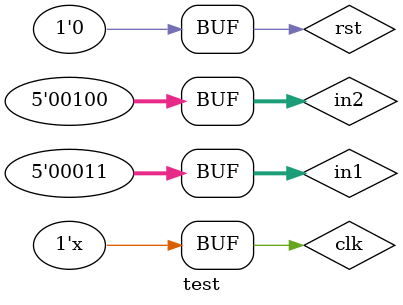
<source format=v>
`timescale 1ns / 1ps


module test;

	// Inputs
	reg clk;
	reg rst;
	reg [4:0] in1;
	reg [4:0] in2;

	// Outputs
	wire [4:0] out;

	// Instantiate the Unit Under Test (UUT)
	wrapper uut (
		.clk(clk), 
		.rst(rst), 
		.in1(in1), 
		.in2(in2), 
		.out(out)
	);

	initial begin
		// Initialize Inputs
		clk <= 0;
		rst <= 1'd1;
		in1 <= 0;
		in2 <= 0;
	end
	
	always #10 clk=~clk;
	
	initial begin
		#100 rst = 1'd0;
		in1=5'd3;
		in2=5'd4;
	end
      
endmodule


</source>
